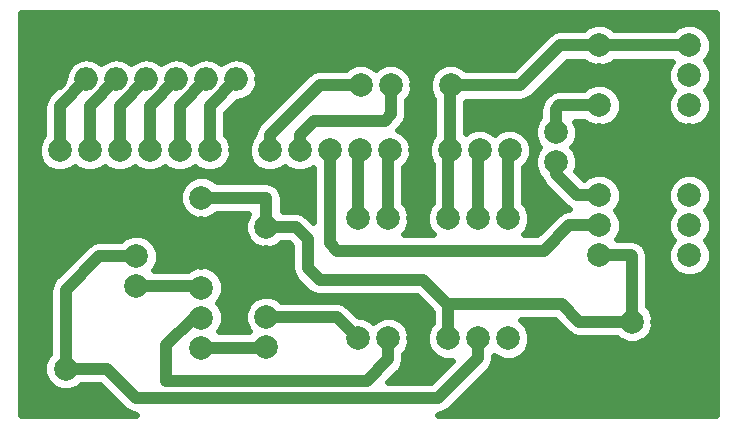
<source format=gbr>
G04 #@! TF.FileFunction,Copper,L1,Top,Signal*
%FSLAX46Y46*%
G04 Gerber Fmt 4.6, Leading zero omitted, Abs format (unit mm)*
G04 Created by KiCad (PCBNEW 4.0.6-e0-6349~52~ubuntu17.04.1) date Thu Jul 13 00:47:22 2017*
%MOMM*%
%LPD*%
G01*
G04 APERTURE LIST*
%ADD10C,0.100000*%
%ADD11C,2.000000*%
%ADD12O,2.000000X2.000000*%
%ADD13C,1.000000*%
%ADD14C,0.554000*%
G04 APERTURE END LIST*
D10*
D11*
X54568000Y8148000D03*
X52028000Y8148000D03*
D12*
X21068000Y28648000D03*
X18528000Y28648000D03*
X15988000Y28648000D03*
X13448000Y28648000D03*
X10908000Y28648000D03*
X8368000Y28648000D03*
X5828000Y28648000D03*
X3288000Y28648000D03*
D11*
X29068000Y28148000D03*
X31608000Y28148000D03*
X34148000Y28148000D03*
X36688000Y28148000D03*
X15568000Y18648000D03*
X15568000Y16108000D03*
X15568000Y13568000D03*
X15568000Y11028000D03*
X15568000Y8488000D03*
X15568000Y5948000D03*
X41538000Y16878000D03*
X38998000Y16878000D03*
X36458000Y16878000D03*
X33918000Y16878000D03*
X31378000Y16878000D03*
X28838000Y16878000D03*
X28838000Y6718000D03*
X31378000Y6718000D03*
X33918000Y6718000D03*
X36458000Y6718000D03*
X38998000Y6718000D03*
X41538000Y6718000D03*
X3568000Y22648000D03*
X6108000Y22648000D03*
X8648000Y22648000D03*
X11188000Y22648000D03*
X13728000Y22648000D03*
X16268000Y22648000D03*
X18808000Y22648000D03*
X21348000Y22648000D03*
X23888000Y22648000D03*
X26428000Y22648000D03*
X28968000Y22648000D03*
X31508000Y22648000D03*
X34048000Y22648000D03*
X36588000Y22648000D03*
X39128000Y22648000D03*
X41668000Y22648000D03*
X49258000Y31538000D03*
X49258000Y28998000D03*
X49258000Y16298000D03*
X49258000Y13758000D03*
X49258000Y26458000D03*
X49258000Y23918000D03*
X49258000Y18838000D03*
X49258000Y21378000D03*
X56878000Y13758000D03*
X56878000Y16298000D03*
X56878000Y18838000D03*
X56878000Y21378000D03*
X56878000Y23918000D03*
X56878000Y26458000D03*
X56878000Y28998000D03*
X56878000Y31538000D03*
X45568000Y21648000D03*
X45568000Y24188000D03*
X4068000Y4148000D03*
X4068000Y14308000D03*
X21068000Y16148000D03*
X21068000Y13608000D03*
X21068000Y11068000D03*
X21068000Y8528000D03*
X21068000Y5988000D03*
X10068000Y13688000D03*
X10068000Y16228000D03*
X10068000Y11148000D03*
D13*
X21068000Y16148000D02*
X21068000Y18648000D01*
X21068000Y18648000D02*
X15568000Y18648000D01*
X21068000Y16148000D02*
X23568000Y16148000D01*
X34348000Y11648000D02*
X36458000Y9538000D01*
X25568000Y11648000D02*
X34348000Y11648000D01*
X24568000Y12648000D02*
X25568000Y11648000D01*
X24568000Y15148000D02*
X24568000Y12648000D01*
X23568000Y16148000D02*
X24568000Y15148000D01*
X52028000Y8148000D02*
X47568000Y8148000D01*
X36458000Y9538000D02*
X36458000Y6718000D01*
X36568000Y9648000D02*
X36458000Y9538000D01*
X46068000Y9648000D02*
X36568000Y9648000D01*
X47568000Y8148000D02*
X46068000Y9648000D01*
X49258000Y13758000D02*
X51958000Y13758000D01*
X52028000Y13688000D02*
X52028000Y8148000D01*
X51958000Y13758000D02*
X52028000Y13688000D01*
X4068000Y4148000D02*
X4068000Y10823000D01*
X6933000Y13688000D02*
X10068000Y13688000D01*
X4068000Y10823000D02*
X6933000Y13688000D01*
X4068000Y4148000D02*
X7568000Y4148000D01*
X38998000Y5078000D02*
X38998000Y6718000D01*
X35568000Y1648000D02*
X38998000Y5078000D01*
X10068000Y1648000D02*
X35568000Y1648000D01*
X7568000Y4148000D02*
X10068000Y1648000D01*
X16268000Y22648000D02*
X16268000Y26388000D01*
X16268000Y26388000D02*
X18528000Y28648000D01*
X13728000Y22648000D02*
X13728000Y26388000D01*
X13728000Y26388000D02*
X15988000Y28648000D01*
X11188000Y22648000D02*
X11188000Y26388000D01*
X11188000Y26388000D02*
X13448000Y28648000D01*
X8648000Y22648000D02*
X8648000Y26388000D01*
X8648000Y26388000D02*
X10908000Y28648000D01*
X6108000Y22648000D02*
X6108000Y26388000D01*
X6108000Y26388000D02*
X8368000Y28648000D01*
X21348000Y22648000D02*
X21348000Y23928000D01*
X25568000Y28148000D02*
X29068000Y28148000D01*
X21348000Y23928000D02*
X25568000Y28148000D01*
X23888000Y22648000D02*
X23888000Y23968000D01*
X31608000Y25688000D02*
X31608000Y28148000D01*
X31068000Y25148000D02*
X31608000Y25688000D01*
X25068000Y25148000D02*
X31068000Y25148000D01*
X23888000Y23968000D02*
X25068000Y25148000D01*
X49258000Y31538000D02*
X56878000Y31538000D01*
X36688000Y28148000D02*
X42568000Y28148000D01*
X45958000Y31538000D02*
X49258000Y31538000D01*
X42568000Y28148000D02*
X45958000Y31538000D01*
X36588000Y22648000D02*
X36588000Y28048000D01*
X36588000Y28048000D02*
X36688000Y28148000D01*
X36458000Y16878000D02*
X36458000Y22518000D01*
X36458000Y22518000D02*
X36588000Y22648000D01*
X10068000Y11148000D02*
X15448000Y11148000D01*
X15448000Y11148000D02*
X15568000Y11028000D01*
X15568000Y8488000D02*
X14908000Y8488000D01*
X14908000Y8488000D02*
X12568000Y6148000D01*
X12568000Y6148000D02*
X12568000Y3148000D01*
X12568000Y3148000D02*
X29568000Y3148000D01*
X29568000Y3148000D02*
X31378000Y4958000D01*
X31378000Y4958000D02*
X31378000Y6718000D01*
X15568000Y5948000D02*
X21028000Y5948000D01*
X21028000Y5948000D02*
X21068000Y5988000D01*
X41538000Y16878000D02*
X41538000Y22518000D01*
X41538000Y22518000D02*
X41668000Y22648000D01*
X38998000Y16878000D02*
X38998000Y22518000D01*
X38998000Y22518000D02*
X39128000Y22648000D01*
X31378000Y16878000D02*
X31378000Y22518000D01*
X31378000Y22518000D02*
X31508000Y22648000D01*
X28838000Y16878000D02*
X28838000Y22518000D01*
X28838000Y22518000D02*
X28968000Y22648000D01*
X21068000Y8528000D02*
X27028000Y8528000D01*
X27028000Y8528000D02*
X28838000Y6718000D01*
X49258000Y16298000D02*
X46718000Y16298000D01*
X26428000Y14788000D02*
X26428000Y22648000D01*
X27068000Y14148000D02*
X26428000Y14788000D01*
X44568000Y14148000D02*
X27068000Y14148000D01*
X46718000Y16298000D02*
X44568000Y14148000D01*
X45568000Y24188000D02*
X45568000Y26148000D01*
X45878000Y26458000D02*
X49258000Y26458000D01*
X45568000Y26148000D02*
X45878000Y26458000D01*
X49258000Y18838000D02*
X47378000Y18838000D01*
X45568000Y20648000D02*
X45568000Y21648000D01*
X47378000Y18838000D02*
X45568000Y20648000D01*
X3568000Y22648000D02*
X3568000Y26388000D01*
X3568000Y26388000D02*
X5828000Y28648000D01*
D14*
G36*
X59159000Y277000D02*
X35598164Y277000D01*
X36094955Y375818D01*
X36541686Y674314D01*
X39971686Y4104314D01*
X40270182Y4551045D01*
X40375000Y5078000D01*
X40375000Y5226232D01*
X40473376Y5127684D01*
X41163004Y4841326D01*
X41909720Y4840675D01*
X42599846Y5125829D01*
X43128316Y5653376D01*
X43414674Y6343004D01*
X43415325Y7089720D01*
X43130171Y7779846D01*
X42639875Y8271000D01*
X45497628Y8271000D01*
X46594314Y7174314D01*
X47041045Y6875818D01*
X47568000Y6771000D01*
X50750433Y6771000D01*
X50963376Y6557684D01*
X51653004Y6271326D01*
X52399720Y6270675D01*
X53089846Y6555829D01*
X53618316Y7083376D01*
X53904674Y7773004D01*
X53905325Y8519720D01*
X53620171Y9209846D01*
X53405000Y9425393D01*
X53405000Y13688000D01*
X53300182Y14214955D01*
X53001686Y14661686D01*
X52931686Y14731686D01*
X52484955Y15030182D01*
X51958000Y15135000D01*
X50749768Y15135000D01*
X50848316Y15233376D01*
X51134674Y15923004D01*
X51135325Y16669720D01*
X50850171Y17359846D01*
X50642480Y17567900D01*
X50848316Y17773376D01*
X51134674Y18463004D01*
X51134676Y18466280D01*
X55000675Y18466280D01*
X55285829Y17776154D01*
X55493520Y17568100D01*
X55287684Y17362624D01*
X55001326Y16672996D01*
X55000675Y15926280D01*
X55285829Y15236154D01*
X55493520Y15028100D01*
X55287684Y14822624D01*
X55001326Y14132996D01*
X55000675Y13386280D01*
X55285829Y12696154D01*
X55813376Y12167684D01*
X56503004Y11881326D01*
X57249720Y11880675D01*
X57939846Y12165829D01*
X58468316Y12693376D01*
X58754674Y13383004D01*
X58755325Y14129720D01*
X58470171Y14819846D01*
X58262480Y15027900D01*
X58468316Y15233376D01*
X58754674Y15923004D01*
X58755325Y16669720D01*
X58470171Y17359846D01*
X58262480Y17567900D01*
X58468316Y17773376D01*
X58754674Y18463004D01*
X58755325Y19209720D01*
X58470171Y19899846D01*
X57942624Y20428316D01*
X57252996Y20714674D01*
X56506280Y20715325D01*
X55816154Y20430171D01*
X55287684Y19902624D01*
X55001326Y19212996D01*
X55000675Y18466280D01*
X51134676Y18466280D01*
X51135325Y19209720D01*
X50850171Y19899846D01*
X50322624Y20428316D01*
X49632996Y20714674D01*
X48886280Y20715325D01*
X48196154Y20430171D01*
X47980607Y20215000D01*
X47948372Y20215000D01*
X47282039Y20881333D01*
X47444674Y21273004D01*
X47445325Y22019720D01*
X47160171Y22709846D01*
X46952480Y22917900D01*
X47158316Y23123376D01*
X47444674Y23813004D01*
X47445325Y24559720D01*
X47229937Y25081000D01*
X47980433Y25081000D01*
X48193376Y24867684D01*
X48883004Y24581326D01*
X49629720Y24580675D01*
X50319846Y24865829D01*
X50848316Y25393376D01*
X51134674Y26083004D01*
X51135325Y26829720D01*
X50850171Y27519846D01*
X50322624Y28048316D01*
X49632996Y28334674D01*
X48886280Y28335325D01*
X48196154Y28050171D01*
X47980607Y27835000D01*
X45878000Y27835000D01*
X45351045Y27730182D01*
X44904314Y27431686D01*
X44594314Y27121686D01*
X44295818Y26674955D01*
X44191000Y26148000D01*
X44191000Y25465567D01*
X43977684Y25252624D01*
X43691326Y24562996D01*
X43690675Y23816280D01*
X43975829Y23126154D01*
X44183520Y22918100D01*
X43977684Y22712624D01*
X43691326Y22022996D01*
X43690675Y21276280D01*
X43975829Y20586154D01*
X44259908Y20301578D01*
X44295818Y20121045D01*
X44594314Y19674314D01*
X46404314Y17864314D01*
X46694607Y17670347D01*
X46191045Y17570182D01*
X45744314Y17271686D01*
X43997628Y15525000D01*
X42839435Y15525000D01*
X43128316Y15813376D01*
X43414674Y16503004D01*
X43415325Y17249720D01*
X43130171Y17939846D01*
X42915000Y18155393D01*
X42915000Y21240660D01*
X43258316Y21583376D01*
X43544674Y22273004D01*
X43545325Y23019720D01*
X43260171Y23709846D01*
X42732624Y24238316D01*
X42042996Y24524674D01*
X41296280Y24525325D01*
X40606154Y24240171D01*
X40398100Y24032480D01*
X40192624Y24238316D01*
X39502996Y24524674D01*
X38756280Y24525325D01*
X38066154Y24240171D01*
X37965000Y24139194D01*
X37965000Y26770607D01*
X37965393Y26771000D01*
X42568000Y26771000D01*
X43094955Y26875818D01*
X43541686Y27174314D01*
X46528372Y30161000D01*
X47980433Y30161000D01*
X48193376Y29947684D01*
X48883004Y29661326D01*
X49629720Y29660675D01*
X50319846Y29945829D01*
X50535393Y30161000D01*
X55386232Y30161000D01*
X55287684Y30062624D01*
X55001326Y29372996D01*
X55000675Y28626280D01*
X55285829Y27936154D01*
X55493520Y27728100D01*
X55287684Y27522624D01*
X55001326Y26832996D01*
X55000675Y26086280D01*
X55285829Y25396154D01*
X55813376Y24867684D01*
X56503004Y24581326D01*
X57249720Y24580675D01*
X57939846Y24865829D01*
X58468316Y25393376D01*
X58754674Y26083004D01*
X58755325Y26829720D01*
X58470171Y27519846D01*
X58262480Y27727900D01*
X58468316Y27933376D01*
X58754674Y28623004D01*
X58755325Y29369720D01*
X58470171Y30059846D01*
X58262480Y30267900D01*
X58468316Y30473376D01*
X58754674Y31163004D01*
X58755325Y31909720D01*
X58470171Y32599846D01*
X57942624Y33128316D01*
X57252996Y33414674D01*
X56506280Y33415325D01*
X55816154Y33130171D01*
X55600607Y32915000D01*
X50535567Y32915000D01*
X50322624Y33128316D01*
X49632996Y33414674D01*
X48886280Y33415325D01*
X48196154Y33130171D01*
X47980607Y32915000D01*
X45958000Y32915000D01*
X45431045Y32810182D01*
X44984314Y32511686D01*
X41997628Y29525000D01*
X37965567Y29525000D01*
X37752624Y29738316D01*
X37062996Y30024674D01*
X36316280Y30025325D01*
X35626154Y29740171D01*
X35097684Y29212624D01*
X34811326Y28522996D01*
X34810675Y27776280D01*
X35095829Y27086154D01*
X35211000Y26970781D01*
X35211000Y23925567D01*
X34997684Y23712624D01*
X34711326Y23022996D01*
X34710675Y22276280D01*
X34995829Y21586154D01*
X35081000Y21500834D01*
X35081000Y18155567D01*
X34867684Y17942624D01*
X34581326Y17252996D01*
X34580675Y16506280D01*
X34865829Y15816154D01*
X35156474Y15525000D01*
X32679435Y15525000D01*
X32968316Y15813376D01*
X33254674Y16503004D01*
X33255325Y17249720D01*
X32970171Y17939846D01*
X32755000Y18155393D01*
X32755000Y21240660D01*
X33098316Y21583376D01*
X33384674Y22273004D01*
X33385325Y23019720D01*
X33100171Y23709846D01*
X32572624Y24238316D01*
X32242689Y24375317D01*
X32581686Y24714314D01*
X32880182Y25161045D01*
X32985000Y25688000D01*
X32985000Y26870433D01*
X33198316Y27083376D01*
X33484674Y27773004D01*
X33485325Y28519720D01*
X33200171Y29209846D01*
X32672624Y29738316D01*
X31982996Y30024674D01*
X31236280Y30025325D01*
X30546154Y29740171D01*
X30338100Y29532480D01*
X30132624Y29738316D01*
X29442996Y30024674D01*
X28696280Y30025325D01*
X28006154Y29740171D01*
X27790607Y29525000D01*
X25568000Y29525000D01*
X25041045Y29420182D01*
X24594314Y29121686D01*
X20374314Y24901686D01*
X20075818Y24454955D01*
X19971000Y23928000D01*
X19971000Y23925567D01*
X19757684Y23712624D01*
X19471326Y23022996D01*
X19470675Y22276280D01*
X19755829Y21586154D01*
X20283376Y21057684D01*
X20973004Y20771326D01*
X21719720Y20770675D01*
X22409846Y21055829D01*
X22617900Y21263520D01*
X22823376Y21057684D01*
X23513004Y20771326D01*
X24259720Y20770675D01*
X24949846Y21055829D01*
X25051000Y21156806D01*
X25051000Y16612372D01*
X24541686Y17121686D01*
X24094955Y17420182D01*
X23568000Y17525000D01*
X22445000Y17525000D01*
X22445000Y18648000D01*
X22340182Y19174955D01*
X22041686Y19621686D01*
X21594955Y19920182D01*
X21068000Y20025000D01*
X16845567Y20025000D01*
X16632624Y20238316D01*
X15942996Y20524674D01*
X15196280Y20525325D01*
X14506154Y20240171D01*
X13977684Y19712624D01*
X13691326Y19022996D01*
X13690675Y18276280D01*
X13975829Y17586154D01*
X14503376Y17057684D01*
X15193004Y16771326D01*
X15939720Y16770675D01*
X16629846Y17055829D01*
X16845393Y17271000D01*
X19536162Y17271000D01*
X19477684Y17212624D01*
X19191326Y16522996D01*
X19190675Y15776280D01*
X19475829Y15086154D01*
X20003376Y14557684D01*
X20693004Y14271326D01*
X21439720Y14270675D01*
X22129846Y14555829D01*
X22345393Y14771000D01*
X22997628Y14771000D01*
X23191000Y14577628D01*
X23191000Y12648000D01*
X23295818Y12121045D01*
X23594314Y11674314D01*
X24594314Y10674314D01*
X25041045Y10375818D01*
X25568000Y10271000D01*
X33777628Y10271000D01*
X35081000Y8967628D01*
X35081000Y7995567D01*
X34867684Y7782624D01*
X34581326Y7092996D01*
X34580675Y6346280D01*
X34865829Y5656154D01*
X35393376Y5127684D01*
X36083004Y4841326D01*
X36813317Y4840689D01*
X34997628Y3025000D01*
X31392372Y3025000D01*
X32351686Y3984314D01*
X32650182Y4431045D01*
X32755000Y4958000D01*
X32755000Y5440433D01*
X32968316Y5653376D01*
X33254674Y6343004D01*
X33255325Y7089720D01*
X32970171Y7779846D01*
X32442624Y8308316D01*
X31752996Y8594674D01*
X31006280Y8595325D01*
X30316154Y8310171D01*
X30108100Y8102480D01*
X29902624Y8308316D01*
X29212996Y8594674D01*
X28908432Y8594940D01*
X28001686Y9501686D01*
X27554955Y9800182D01*
X27028000Y9905000D01*
X22345567Y9905000D01*
X22132624Y10118316D01*
X21442996Y10404674D01*
X20696280Y10405325D01*
X20006154Y10120171D01*
X19477684Y9592624D01*
X19191326Y8902996D01*
X19190675Y8156280D01*
X19475829Y7466154D01*
X19616736Y7325000D01*
X17059768Y7325000D01*
X17158316Y7423376D01*
X17444674Y8113004D01*
X17445325Y8859720D01*
X17160171Y9549846D01*
X16952480Y9757900D01*
X17158316Y9963376D01*
X17444674Y10653004D01*
X17445325Y11399720D01*
X17160171Y12089846D01*
X16632624Y12618316D01*
X15942996Y12904674D01*
X15196280Y12905325D01*
X14506154Y12620171D01*
X14410816Y12525000D01*
X11559768Y12525000D01*
X11658316Y12623376D01*
X11944674Y13313004D01*
X11945325Y14059720D01*
X11660171Y14749846D01*
X11132624Y15278316D01*
X10442996Y15564674D01*
X9696280Y15565325D01*
X9006154Y15280171D01*
X8790607Y15065000D01*
X6933000Y15065000D01*
X6406045Y14960182D01*
X5959314Y14661686D01*
X3094314Y11796686D01*
X2795818Y11349955D01*
X2691000Y10823000D01*
X2691000Y5425567D01*
X2477684Y5212624D01*
X2191326Y4522996D01*
X2190675Y3776280D01*
X2475829Y3086154D01*
X3003376Y2557684D01*
X3693004Y2271326D01*
X4439720Y2270675D01*
X5129846Y2555829D01*
X5345393Y2771000D01*
X6997628Y2771000D01*
X9094314Y674314D01*
X9541045Y375818D01*
X10037836Y277000D01*
X277000Y277000D01*
X277000Y22276280D01*
X1690675Y22276280D01*
X1975829Y21586154D01*
X2503376Y21057684D01*
X3193004Y20771326D01*
X3939720Y20770675D01*
X4629846Y21055829D01*
X4837900Y21263520D01*
X5043376Y21057684D01*
X5733004Y20771326D01*
X6479720Y20770675D01*
X7169846Y21055829D01*
X7377900Y21263520D01*
X7583376Y21057684D01*
X8273004Y20771326D01*
X9019720Y20770675D01*
X9709846Y21055829D01*
X9917900Y21263520D01*
X10123376Y21057684D01*
X10813004Y20771326D01*
X11559720Y20770675D01*
X12249846Y21055829D01*
X12457900Y21263520D01*
X12663376Y21057684D01*
X13353004Y20771326D01*
X14099720Y20770675D01*
X14789846Y21055829D01*
X14997900Y21263520D01*
X15203376Y21057684D01*
X15893004Y20771326D01*
X16639720Y20770675D01*
X17329846Y21055829D01*
X17858316Y21583376D01*
X18144674Y22273004D01*
X18145325Y23019720D01*
X17860171Y23709846D01*
X17645000Y23925393D01*
X17645000Y25817628D01*
X18569942Y26742570D01*
X19246297Y26877105D01*
X19855239Y27283988D01*
X20262122Y27892930D01*
X20405000Y28611227D01*
X20405000Y28684773D01*
X20262122Y29403070D01*
X19855239Y30012012D01*
X19246297Y30418895D01*
X18528000Y30561773D01*
X17809703Y30418895D01*
X17258000Y30050258D01*
X16706297Y30418895D01*
X15988000Y30561773D01*
X15269703Y30418895D01*
X14718000Y30050258D01*
X14166297Y30418895D01*
X13448000Y30561773D01*
X12729703Y30418895D01*
X12178000Y30050258D01*
X11626297Y30418895D01*
X10908000Y30561773D01*
X10189703Y30418895D01*
X9638000Y30050258D01*
X9086297Y30418895D01*
X8368000Y30561773D01*
X7649703Y30418895D01*
X7098000Y30050258D01*
X6546297Y30418895D01*
X5828000Y30561773D01*
X5109703Y30418895D01*
X4500761Y30012012D01*
X4093878Y29403070D01*
X3959343Y28726715D01*
X2594314Y27361686D01*
X2295818Y26914955D01*
X2191000Y26388000D01*
X2191000Y23925567D01*
X1977684Y23712624D01*
X1691326Y23022996D01*
X1690675Y22276280D01*
X277000Y22276280D01*
X277000Y34267000D01*
X59159000Y34267000D01*
X59159000Y277000D01*
X59159000Y277000D01*
G37*
X59159000Y277000D02*
X35598164Y277000D01*
X36094955Y375818D01*
X36541686Y674314D01*
X39971686Y4104314D01*
X40270182Y4551045D01*
X40375000Y5078000D01*
X40375000Y5226232D01*
X40473376Y5127684D01*
X41163004Y4841326D01*
X41909720Y4840675D01*
X42599846Y5125829D01*
X43128316Y5653376D01*
X43414674Y6343004D01*
X43415325Y7089720D01*
X43130171Y7779846D01*
X42639875Y8271000D01*
X45497628Y8271000D01*
X46594314Y7174314D01*
X47041045Y6875818D01*
X47568000Y6771000D01*
X50750433Y6771000D01*
X50963376Y6557684D01*
X51653004Y6271326D01*
X52399720Y6270675D01*
X53089846Y6555829D01*
X53618316Y7083376D01*
X53904674Y7773004D01*
X53905325Y8519720D01*
X53620171Y9209846D01*
X53405000Y9425393D01*
X53405000Y13688000D01*
X53300182Y14214955D01*
X53001686Y14661686D01*
X52931686Y14731686D01*
X52484955Y15030182D01*
X51958000Y15135000D01*
X50749768Y15135000D01*
X50848316Y15233376D01*
X51134674Y15923004D01*
X51135325Y16669720D01*
X50850171Y17359846D01*
X50642480Y17567900D01*
X50848316Y17773376D01*
X51134674Y18463004D01*
X51134676Y18466280D01*
X55000675Y18466280D01*
X55285829Y17776154D01*
X55493520Y17568100D01*
X55287684Y17362624D01*
X55001326Y16672996D01*
X55000675Y15926280D01*
X55285829Y15236154D01*
X55493520Y15028100D01*
X55287684Y14822624D01*
X55001326Y14132996D01*
X55000675Y13386280D01*
X55285829Y12696154D01*
X55813376Y12167684D01*
X56503004Y11881326D01*
X57249720Y11880675D01*
X57939846Y12165829D01*
X58468316Y12693376D01*
X58754674Y13383004D01*
X58755325Y14129720D01*
X58470171Y14819846D01*
X58262480Y15027900D01*
X58468316Y15233376D01*
X58754674Y15923004D01*
X58755325Y16669720D01*
X58470171Y17359846D01*
X58262480Y17567900D01*
X58468316Y17773376D01*
X58754674Y18463004D01*
X58755325Y19209720D01*
X58470171Y19899846D01*
X57942624Y20428316D01*
X57252996Y20714674D01*
X56506280Y20715325D01*
X55816154Y20430171D01*
X55287684Y19902624D01*
X55001326Y19212996D01*
X55000675Y18466280D01*
X51134676Y18466280D01*
X51135325Y19209720D01*
X50850171Y19899846D01*
X50322624Y20428316D01*
X49632996Y20714674D01*
X48886280Y20715325D01*
X48196154Y20430171D01*
X47980607Y20215000D01*
X47948372Y20215000D01*
X47282039Y20881333D01*
X47444674Y21273004D01*
X47445325Y22019720D01*
X47160171Y22709846D01*
X46952480Y22917900D01*
X47158316Y23123376D01*
X47444674Y23813004D01*
X47445325Y24559720D01*
X47229937Y25081000D01*
X47980433Y25081000D01*
X48193376Y24867684D01*
X48883004Y24581326D01*
X49629720Y24580675D01*
X50319846Y24865829D01*
X50848316Y25393376D01*
X51134674Y26083004D01*
X51135325Y26829720D01*
X50850171Y27519846D01*
X50322624Y28048316D01*
X49632996Y28334674D01*
X48886280Y28335325D01*
X48196154Y28050171D01*
X47980607Y27835000D01*
X45878000Y27835000D01*
X45351045Y27730182D01*
X44904314Y27431686D01*
X44594314Y27121686D01*
X44295818Y26674955D01*
X44191000Y26148000D01*
X44191000Y25465567D01*
X43977684Y25252624D01*
X43691326Y24562996D01*
X43690675Y23816280D01*
X43975829Y23126154D01*
X44183520Y22918100D01*
X43977684Y22712624D01*
X43691326Y22022996D01*
X43690675Y21276280D01*
X43975829Y20586154D01*
X44259908Y20301578D01*
X44295818Y20121045D01*
X44594314Y19674314D01*
X46404314Y17864314D01*
X46694607Y17670347D01*
X46191045Y17570182D01*
X45744314Y17271686D01*
X43997628Y15525000D01*
X42839435Y15525000D01*
X43128316Y15813376D01*
X43414674Y16503004D01*
X43415325Y17249720D01*
X43130171Y17939846D01*
X42915000Y18155393D01*
X42915000Y21240660D01*
X43258316Y21583376D01*
X43544674Y22273004D01*
X43545325Y23019720D01*
X43260171Y23709846D01*
X42732624Y24238316D01*
X42042996Y24524674D01*
X41296280Y24525325D01*
X40606154Y24240171D01*
X40398100Y24032480D01*
X40192624Y24238316D01*
X39502996Y24524674D01*
X38756280Y24525325D01*
X38066154Y24240171D01*
X37965000Y24139194D01*
X37965000Y26770607D01*
X37965393Y26771000D01*
X42568000Y26771000D01*
X43094955Y26875818D01*
X43541686Y27174314D01*
X46528372Y30161000D01*
X47980433Y30161000D01*
X48193376Y29947684D01*
X48883004Y29661326D01*
X49629720Y29660675D01*
X50319846Y29945829D01*
X50535393Y30161000D01*
X55386232Y30161000D01*
X55287684Y30062624D01*
X55001326Y29372996D01*
X55000675Y28626280D01*
X55285829Y27936154D01*
X55493520Y27728100D01*
X55287684Y27522624D01*
X55001326Y26832996D01*
X55000675Y26086280D01*
X55285829Y25396154D01*
X55813376Y24867684D01*
X56503004Y24581326D01*
X57249720Y24580675D01*
X57939846Y24865829D01*
X58468316Y25393376D01*
X58754674Y26083004D01*
X58755325Y26829720D01*
X58470171Y27519846D01*
X58262480Y27727900D01*
X58468316Y27933376D01*
X58754674Y28623004D01*
X58755325Y29369720D01*
X58470171Y30059846D01*
X58262480Y30267900D01*
X58468316Y30473376D01*
X58754674Y31163004D01*
X58755325Y31909720D01*
X58470171Y32599846D01*
X57942624Y33128316D01*
X57252996Y33414674D01*
X56506280Y33415325D01*
X55816154Y33130171D01*
X55600607Y32915000D01*
X50535567Y32915000D01*
X50322624Y33128316D01*
X49632996Y33414674D01*
X48886280Y33415325D01*
X48196154Y33130171D01*
X47980607Y32915000D01*
X45958000Y32915000D01*
X45431045Y32810182D01*
X44984314Y32511686D01*
X41997628Y29525000D01*
X37965567Y29525000D01*
X37752624Y29738316D01*
X37062996Y30024674D01*
X36316280Y30025325D01*
X35626154Y29740171D01*
X35097684Y29212624D01*
X34811326Y28522996D01*
X34810675Y27776280D01*
X35095829Y27086154D01*
X35211000Y26970781D01*
X35211000Y23925567D01*
X34997684Y23712624D01*
X34711326Y23022996D01*
X34710675Y22276280D01*
X34995829Y21586154D01*
X35081000Y21500834D01*
X35081000Y18155567D01*
X34867684Y17942624D01*
X34581326Y17252996D01*
X34580675Y16506280D01*
X34865829Y15816154D01*
X35156474Y15525000D01*
X32679435Y15525000D01*
X32968316Y15813376D01*
X33254674Y16503004D01*
X33255325Y17249720D01*
X32970171Y17939846D01*
X32755000Y18155393D01*
X32755000Y21240660D01*
X33098316Y21583376D01*
X33384674Y22273004D01*
X33385325Y23019720D01*
X33100171Y23709846D01*
X32572624Y24238316D01*
X32242689Y24375317D01*
X32581686Y24714314D01*
X32880182Y25161045D01*
X32985000Y25688000D01*
X32985000Y26870433D01*
X33198316Y27083376D01*
X33484674Y27773004D01*
X33485325Y28519720D01*
X33200171Y29209846D01*
X32672624Y29738316D01*
X31982996Y30024674D01*
X31236280Y30025325D01*
X30546154Y29740171D01*
X30338100Y29532480D01*
X30132624Y29738316D01*
X29442996Y30024674D01*
X28696280Y30025325D01*
X28006154Y29740171D01*
X27790607Y29525000D01*
X25568000Y29525000D01*
X25041045Y29420182D01*
X24594314Y29121686D01*
X20374314Y24901686D01*
X20075818Y24454955D01*
X19971000Y23928000D01*
X19971000Y23925567D01*
X19757684Y23712624D01*
X19471326Y23022996D01*
X19470675Y22276280D01*
X19755829Y21586154D01*
X20283376Y21057684D01*
X20973004Y20771326D01*
X21719720Y20770675D01*
X22409846Y21055829D01*
X22617900Y21263520D01*
X22823376Y21057684D01*
X23513004Y20771326D01*
X24259720Y20770675D01*
X24949846Y21055829D01*
X25051000Y21156806D01*
X25051000Y16612372D01*
X24541686Y17121686D01*
X24094955Y17420182D01*
X23568000Y17525000D01*
X22445000Y17525000D01*
X22445000Y18648000D01*
X22340182Y19174955D01*
X22041686Y19621686D01*
X21594955Y19920182D01*
X21068000Y20025000D01*
X16845567Y20025000D01*
X16632624Y20238316D01*
X15942996Y20524674D01*
X15196280Y20525325D01*
X14506154Y20240171D01*
X13977684Y19712624D01*
X13691326Y19022996D01*
X13690675Y18276280D01*
X13975829Y17586154D01*
X14503376Y17057684D01*
X15193004Y16771326D01*
X15939720Y16770675D01*
X16629846Y17055829D01*
X16845393Y17271000D01*
X19536162Y17271000D01*
X19477684Y17212624D01*
X19191326Y16522996D01*
X19190675Y15776280D01*
X19475829Y15086154D01*
X20003376Y14557684D01*
X20693004Y14271326D01*
X21439720Y14270675D01*
X22129846Y14555829D01*
X22345393Y14771000D01*
X22997628Y14771000D01*
X23191000Y14577628D01*
X23191000Y12648000D01*
X23295818Y12121045D01*
X23594314Y11674314D01*
X24594314Y10674314D01*
X25041045Y10375818D01*
X25568000Y10271000D01*
X33777628Y10271000D01*
X35081000Y8967628D01*
X35081000Y7995567D01*
X34867684Y7782624D01*
X34581326Y7092996D01*
X34580675Y6346280D01*
X34865829Y5656154D01*
X35393376Y5127684D01*
X36083004Y4841326D01*
X36813317Y4840689D01*
X34997628Y3025000D01*
X31392372Y3025000D01*
X32351686Y3984314D01*
X32650182Y4431045D01*
X32755000Y4958000D01*
X32755000Y5440433D01*
X32968316Y5653376D01*
X33254674Y6343004D01*
X33255325Y7089720D01*
X32970171Y7779846D01*
X32442624Y8308316D01*
X31752996Y8594674D01*
X31006280Y8595325D01*
X30316154Y8310171D01*
X30108100Y8102480D01*
X29902624Y8308316D01*
X29212996Y8594674D01*
X28908432Y8594940D01*
X28001686Y9501686D01*
X27554955Y9800182D01*
X27028000Y9905000D01*
X22345567Y9905000D01*
X22132624Y10118316D01*
X21442996Y10404674D01*
X20696280Y10405325D01*
X20006154Y10120171D01*
X19477684Y9592624D01*
X19191326Y8902996D01*
X19190675Y8156280D01*
X19475829Y7466154D01*
X19616736Y7325000D01*
X17059768Y7325000D01*
X17158316Y7423376D01*
X17444674Y8113004D01*
X17445325Y8859720D01*
X17160171Y9549846D01*
X16952480Y9757900D01*
X17158316Y9963376D01*
X17444674Y10653004D01*
X17445325Y11399720D01*
X17160171Y12089846D01*
X16632624Y12618316D01*
X15942996Y12904674D01*
X15196280Y12905325D01*
X14506154Y12620171D01*
X14410816Y12525000D01*
X11559768Y12525000D01*
X11658316Y12623376D01*
X11944674Y13313004D01*
X11945325Y14059720D01*
X11660171Y14749846D01*
X11132624Y15278316D01*
X10442996Y15564674D01*
X9696280Y15565325D01*
X9006154Y15280171D01*
X8790607Y15065000D01*
X6933000Y15065000D01*
X6406045Y14960182D01*
X5959314Y14661686D01*
X3094314Y11796686D01*
X2795818Y11349955D01*
X2691000Y10823000D01*
X2691000Y5425567D01*
X2477684Y5212624D01*
X2191326Y4522996D01*
X2190675Y3776280D01*
X2475829Y3086154D01*
X3003376Y2557684D01*
X3693004Y2271326D01*
X4439720Y2270675D01*
X5129846Y2555829D01*
X5345393Y2771000D01*
X6997628Y2771000D01*
X9094314Y674314D01*
X9541045Y375818D01*
X10037836Y277000D01*
X277000Y277000D01*
X277000Y22276280D01*
X1690675Y22276280D01*
X1975829Y21586154D01*
X2503376Y21057684D01*
X3193004Y20771326D01*
X3939720Y20770675D01*
X4629846Y21055829D01*
X4837900Y21263520D01*
X5043376Y21057684D01*
X5733004Y20771326D01*
X6479720Y20770675D01*
X7169846Y21055829D01*
X7377900Y21263520D01*
X7583376Y21057684D01*
X8273004Y20771326D01*
X9019720Y20770675D01*
X9709846Y21055829D01*
X9917900Y21263520D01*
X10123376Y21057684D01*
X10813004Y20771326D01*
X11559720Y20770675D01*
X12249846Y21055829D01*
X12457900Y21263520D01*
X12663376Y21057684D01*
X13353004Y20771326D01*
X14099720Y20770675D01*
X14789846Y21055829D01*
X14997900Y21263520D01*
X15203376Y21057684D01*
X15893004Y20771326D01*
X16639720Y20770675D01*
X17329846Y21055829D01*
X17858316Y21583376D01*
X18144674Y22273004D01*
X18145325Y23019720D01*
X17860171Y23709846D01*
X17645000Y23925393D01*
X17645000Y25817628D01*
X18569942Y26742570D01*
X19246297Y26877105D01*
X19855239Y27283988D01*
X20262122Y27892930D01*
X20405000Y28611227D01*
X20405000Y28684773D01*
X20262122Y29403070D01*
X19855239Y30012012D01*
X19246297Y30418895D01*
X18528000Y30561773D01*
X17809703Y30418895D01*
X17258000Y30050258D01*
X16706297Y30418895D01*
X15988000Y30561773D01*
X15269703Y30418895D01*
X14718000Y30050258D01*
X14166297Y30418895D01*
X13448000Y30561773D01*
X12729703Y30418895D01*
X12178000Y30050258D01*
X11626297Y30418895D01*
X10908000Y30561773D01*
X10189703Y30418895D01*
X9638000Y30050258D01*
X9086297Y30418895D01*
X8368000Y30561773D01*
X7649703Y30418895D01*
X7098000Y30050258D01*
X6546297Y30418895D01*
X5828000Y30561773D01*
X5109703Y30418895D01*
X4500761Y30012012D01*
X4093878Y29403070D01*
X3959343Y28726715D01*
X2594314Y27361686D01*
X2295818Y26914955D01*
X2191000Y26388000D01*
X2191000Y23925567D01*
X1977684Y23712624D01*
X1691326Y23022996D01*
X1690675Y22276280D01*
X277000Y22276280D01*
X277000Y34267000D01*
X59159000Y34267000D01*
X59159000Y277000D01*
M02*

</source>
